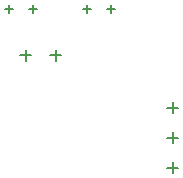
<source format=gbr>
%TF.GenerationSoftware,Altium Limited,Altium Designer,22.7.1 (60)*%
G04 Layer_Color=128*
%FSLAX45Y45*%
%MOMM*%
%TF.SameCoordinates,04235CBA-543E-4B11-AFE6-CF9E8B66919D*%
%TF.FilePolarity,Positive*%
%TF.FileFunction,Drillmap*%
%TF.Part,Single*%
G01*
G75*
%TA.AperFunction,NonConductor*%
%ADD41C,0.12700*%
D41*
X10915100Y6946900D02*
X11005100D01*
X10960100Y6901900D02*
Y6991900D01*
X10915100Y6692900D02*
X11005100D01*
X10960100Y6647900D02*
Y6737900D01*
X10915100Y6438900D02*
X11005100D01*
X10960100Y6393900D02*
Y6483900D01*
X9670500Y7391400D02*
X9760500D01*
X9715500Y7346400D02*
Y7436400D01*
X9924500Y7391400D02*
X10014500D01*
X9969500Y7346400D02*
Y7436400D01*
X10202800Y7781400D02*
X10272800D01*
X10237800Y7746400D02*
Y7816400D01*
X10402800Y7781400D02*
X10472800D01*
X10437800Y7746400D02*
Y7816400D01*
X9542400Y7781400D02*
X9612400D01*
X9577400Y7746400D02*
Y7816400D01*
X9742400Y7781400D02*
X9812400D01*
X9777400Y7746400D02*
Y7816400D01*
%TF.MD5,ac71020bcb1383a0c1ca5378c45fb928*%
M02*

</source>
